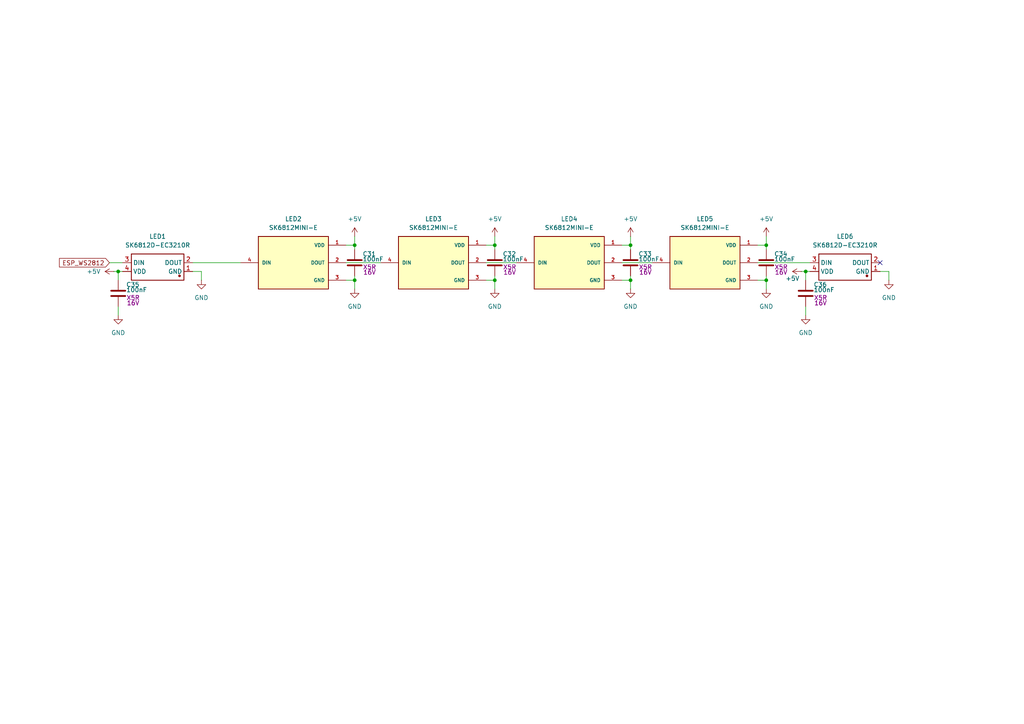
<source format=kicad_sch>
(kicad_sch (version 20250114) (generator "eeschema") (generator_version "9.0")
  (paper "A4")
  (title_block (title "Nest mini drop in PCB replacement") (rev "v1") (company "by iMike78 (inpired by Onju voice and HA VPE)"))
  (lib_symbols
    (symbol "Device:C" (pin_numbers (hide yes)) (pin_names (offset 0.254))
      (property "Reference" "C" (at 0.635 2.54 0))
      (property "Value" "C" (at 0.635 -2.54 0))
      (symbol "C_0_1"
        (polyline (pts (xy -2.032 0.762) (xy 2.032 0.762)) (stroke (width 0.508)))
        (polyline (pts (xy -2.032 -0.762) (xy 2.032 -0.762)) (stroke (width 0.508)))
      )
      (symbol "C_1_1"
        (pin passive line (at 0 3.81 270) (length 2.794) (name "~") (number "1"))
        (pin passive line (at 0 -3.81 90) (length 2.794) (name "~") (number "2"))
      )
    )
    (symbol "New_Library:SK6812-E" (pin_names (offset 1.016))
      (property "Reference" "D" (at -10.16 8.89 0))
      (property "Value" "SK6812-E" (at -10.16 -10.16 0))
      (symbol "SK6812-E_0_0"
        (rectangle (start -10.16 -7.62) (end 10.16 7.62) (stroke (width 0.254)) (fill (type background)))
        (pin input line (at -15.24 0 0) (length 5.08) (name "DIN") (number "4"))
        (pin power_in line (at 15.24 5.08 180) (length 5.08) (name "VDD") (number "1"))
        (pin output line (at 15.24 0 180) (length 5.08) (name "DOUT") (number "2"))
        (pin power_in line (at 15.24 -5.08 180) (length 5.08) (name "GND") (number "3"))
      )
    )
    (symbol "New_Library:SK6812D-EC3210R"
      (property "Reference" "LED?" (at 0 0 0))
      (property "Value" "SK6812D-EC3210R" (at 0 0 0))
      (symbol "SK6812D-EC3210R_0_0"
        (rectangle (start -7.62 3.81) (end 7.62 -3.81) (stroke (width 0.254)))
        (circle (center -6.35 2.54) (radius 0.254) (stroke (width 0.254)) (fill (type outline)))
        (pin unspecified line (at -10.16 1.27 0) (length 2.54) (name "GND") (number "1"))
        (pin unspecified line (at -10.16 -1.27 0) (length 2.54) (name "DOUT") (number "2"))
        (pin unspecified line (at 10.16 1.27 180) (length 2.54) (name "VDD") (number "4"))
        (pin unspecified line (at 10.16 -1.27 180) (length 2.54) (name "DIN") (number "3"))
      )
    )
    (symbol "power:+5V" (power) (pin_numbers (hide yes)) (pin_names (offset 0) (hide yes))
      (property "Value" "+5V" (at 0 3.556 0))
      (symbol "+5V_0_1"
        (polyline (pts (xy -0.762 1.27) (xy 0 2.54)))
        (polyline (pts (xy 0 2.54) (xy 0.762 1.27)))
        (polyline (pts (xy 0 0) (xy 0 2.54)))
      )
      (symbol "+5V_1_1"
        (pin power_in line (at 0 0 90) (length 0) (name "~") (number "1"))
      )
    )
    (symbol "power:GND" (power) (pin_numbers (hide yes)) (pin_names (offset 0) (hide yes))
      (property "Value" "GND" (at 0 -3.81 0))
      (symbol "GND_0_1"
        (polyline (pts (xy 0 0) (xy 0 -1.27) (xy 1.27 -1.27) (xy 0 -2.54) (xy -1.27 -1.27) (xy 0 -1.27)))
      )
      (symbol "GND_1_1"
        (pin power_in line (at 0 0 270) (length 0) (name "~") (number "1"))
      )
    )
  )
  (junction (at 222.25 71.12))
  (junction (at 182.88 71.12))
  (junction (at 143.51 81.28))
  (junction (at 233.68 78.74))
  (junction (at 34.29 78.74))
  (junction (at 102.87 81.28))
  (junction (at 102.87 71.12))
  (junction (at 222.25 81.28))
  (junction (at 182.88 81.28))
  (junction (at 143.51 71.12))
  (no_connect (at 255.27 76.2))
  (wire (pts (xy 232.41 78.74) (xy 233.68 78.74)))
  (wire (pts (xy 55.88 78.74) (xy 58.42 78.74)))
  (wire (pts (xy 102.87 71.12) (xy 100.33 71.12)))
  (wire (pts (xy 55.88 76.2) (xy 69.85 76.2)))
  (wire (pts (xy 102.87 71.12) (xy 102.87 68.58)))
  (wire (pts (xy 180.34 81.28) (xy 182.88 81.28)))
  (wire (pts (xy 219.71 81.28) (xy 222.25 81.28)))
  (wire (pts (xy 233.68 78.74) (xy 233.68 81.28)))
  (wire (pts (xy 233.68 88.9) (xy 233.68 91.44)))
  (wire (pts (xy 143.51 71.12) (xy 143.51 68.58)))
  (wire (pts (xy 140.97 76.2) (xy 149.86 76.2)))
  (wire (pts (xy 102.87 81.28) (xy 102.87 83.82)))
  (wire (pts (xy 182.88 80.01) (xy 182.88 81.28)))
  (wire (pts (xy 182.88 71.12) (xy 182.88 72.39)))
  (wire (pts (xy 34.29 78.74) (xy 34.29 81.28)))
  (wire (pts (xy 222.25 80.01) (xy 222.25 81.28)))
  (wire (pts (xy 33.02 78.74) (xy 34.29 78.74)))
  (wire (pts (xy 219.71 76.2) (xy 234.95 76.2)))
  (wire (pts (xy 180.34 76.2) (xy 189.23 76.2)))
  (wire (pts (xy 31.75 76.2) (xy 35.56 76.2)))
  (wire (pts (xy 182.88 81.28) (xy 182.88 83.82)))
  (wire (pts (xy 143.51 80.01) (xy 143.51 81.28)))
  (wire (pts (xy 100.33 76.2) (xy 110.49 76.2)))
  (wire (pts (xy 34.29 88.9) (xy 34.29 91.44)))
  (wire (pts (xy 143.51 71.12) (xy 143.51 72.39)))
  (wire (pts (xy 219.71 71.12) (xy 222.25 71.12)))
  (wire (pts (xy 100.33 81.28) (xy 102.87 81.28)))
  (wire (pts (xy 140.97 81.28) (xy 143.51 81.28)))
  (wire (pts (xy 222.25 71.12) (xy 222.25 68.58)))
  (wire (pts (xy 222.25 81.28) (xy 222.25 83.82)))
  (wire (pts (xy 222.25 71.12) (xy 222.25 72.39)))
  (wire (pts (xy 140.97 71.12) (xy 143.51 71.12)))
  (wire (pts (xy 102.87 71.12) (xy 102.87 72.39)))
  (wire (pts (xy 182.88 71.12) (xy 182.88 68.58)))
  (wire (pts (xy 233.68 78.74) (xy 234.95 78.74)))
  (wire (pts (xy 143.51 81.28) (xy 143.51 83.82)))
  (wire (pts (xy 255.27 78.74) (xy 257.81 78.74)))
  (wire (pts (xy 34.29 78.74) (xy 35.56 78.74)))
  (wire (pts (xy 180.34 71.12) (xy 182.88 71.12)))
  (wire (pts (xy 58.42 78.74) (xy 58.42 81.28)))
  (wire (pts (xy 257.81 78.74) (xy 257.81 81.28)))
  (wire (pts (xy 102.87 80.01) (xy 102.87 81.28)))
  (global_label "ESP_WS2812" (shape input) (at 31.75 76.2 180) (property "Intersheetrefs" "${INTERSHEET_REFS}" (effects (hide yes))))
  (symbol (lib_id "power:+5V") (at 182.88 68.58 0) (unit 1)
    (property "Reference" "#PWR065" (effects (hide yes)))
    (property "Value" "+5V" (at 182.88 63.5 0))
    (property "Description" "Power symbol creates a global label with name \"+5V\"" (effects (hide yes)))
  )
  (symbol (lib_id "Device:C") (at 102.87 76.2 0) (unit 1)
    (property "Reference" "C31" (at 105.156 73.66 0) (effects (justify left)))
    (property "Value" "100nF" (at 105.156 75.184 0) (effects (justify left)))
    (property "Footprint" "Capacitor_SMD:C_0402_1005Metric" (effects (hide yes)))
    (property "Description" "Unpolarized capacitor" (effects (hide yes)))
    (property "Dielectric" "X5R" (at 107.188 77.47 0))
    (property "Voltage" "16V" (at 107.188 78.994 0))
    (property "Function" "LED" (effects (hide yes)))
    (property "Supplier Part" "C1525" (effects (hide yes)))
    (property "LCSC Part #" "C1525" (effects (hide yes)))
  )
  (symbol (lib_id "power:GND") (at 58.42 81.28 0) (unit 1)
    (property "Reference" "#PWR062" (effects (hide yes)))
    (property "Value" "GND" (at 58.42 86.36 0))
    (property "Description" "Power symbol creates a global label with name \"GND\" , ground" (effects (hide yes)))
  )
  (symbol (lib_id "power:+5V") (at 143.51 68.58 0) (unit 1)
    (property "Reference" "#PWR064" (effects (hide yes)))
    (property "Value" "+5V" (at 143.51 63.5 0))
    (property "Description" "Power symbol creates a global label with name \"+5V\"" (effects (hide yes)))
  )
  (symbol (lib_id "Device:C") (at 233.68 85.09 0) (unit 1)
    (property "Reference" "C36" (at 235.966 82.55 0) (effects (justify left)))
    (property "Value" "100nF" (at 235.966 84.074 0) (effects (justify left)))
    (property "Footprint" "Capacitor_SMD:C_0402_1005Metric" (effects (hide yes)))
    (property "Description" "Unpolarized capacitor" (effects (hide yes)))
    (property "Dielectric" "X5R" (at 237.998 86.36 0))
    (property "Voltage" "16V" (at 237.998 87.884 0))
    (property "Function" "LED" (effects (hide yes)))
    (property "Supplier Part" "C1525" (effects (hide yes)))
    (property "LCSC Part #" "C1525" (effects (hide yes)))
  )
  (symbol (lib_id "New_Library:SK6812-E") (at 85.09 76.2 0) (unit 1)
    (property "Reference" "LED2" (at 85.09 63.5 0))
    (property "Value" "SK6812MINI-E" (at 85.09 66.04 0))
    (property "Footprint" "Onju:SK6812MINI-E" (effects (hide yes)))
    (property "MF" "DONGGUANG OPSCO OPTOELECTRONICS CO., LTD" (effects (hide yes)))
    (property "MAXIMUM_PACKAGE_HEIGHT" "0.84mm" (effects (hide yes)))
    (property "Package" "Package" (effects (hide yes)))
    (property "Price" "None" (effects (hide yes)))
    (property "Check_prices" "https://www.snapeda.com/parts/SK6812-E/DONGGUANG+OPSCO+OPTOELECTRONICS+CO.%252C+LTD/view-part/?ref=eda" (effects (hide yes)))
    (property "STANDARD" "Manufacturer recommendations" (effects (hide yes)))
    (property "PARTREV" "2" (effects (hide yes)))
    (property "SnapEDA_Link" "https://www.snapeda.com/parts/SK6812-E/DONGGUANG+OPSCO+OPTOELECTRONICS+CO.%252C+LTD/view-part/?ref=snap" (effects (hide yes)))
    (property "MP" "SK6812MINI-E" (effects (hide yes)))
    (property "Description_1" "SK6812MINI-E is a smart LED control circuit and light emitting circuit in one controlled LED source, which has the shape of a 3528  LED chip." (effects (hide yes)))
    (property "Availability" "Not in stock" (effects (hide yes)))
    (property "MANUFACTURER" "OPSCO Optoelectronics" (effects (hide yes)))
    (property "Function" "LED" (effects (hide yes)))
    (property "Supplier Part" "C5149201" (effects (hide yes)))
    (property "Manufacturer" "OPSCO Optoelectronics" (effects (hide yes)))
    (property "Manufacturer Part" "SK6812MINI-E" (effects (hide yes)))
    (property "LCSC Part #" "C5149201" (effects (hide yes)))
  )
  (symbol (lib_id "power:GND") (at 257.81 81.28 0) (unit 1)
    (property "Reference" "#PWR059" (effects (hide yes)))
    (property "Value" "GND" (at 257.81 86.36 0))
    (property "Description" "Power symbol creates a global label with name \"GND\" , ground" (effects (hide yes)))
  )
  (symbol (lib_id "power:GND") (at 222.25 83.82 0) (unit 1)
    (property "Reference" "#PWR057" (effects (hide yes)))
    (property "Value" "GND" (at 222.25 88.9 0))
    (property "Description" "Power symbol creates a global label with name \"GND\" , ground" (effects (hide yes)))
  )
  (symbol (lib_id "New_Library:SK6812-E") (at 125.73 76.2 0) (unit 1)
    (property "Reference" "LED3" (at 125.73 63.5 0))
    (property "Value" "SK6812MINI-E" (at 125.73 66.04 0))
    (property "Footprint" "Onju:SK6812MINI-E" (effects (hide yes)))
    (property "MF" "DONGGUANG OPSCO OPTOELECTRONICS CO., LTD" (effects (hide yes)))
    (property "MAXIMUM_PACKAGE_HEIGHT" "0.84mm" (effects (hide yes)))
    (property "Package" "Package" (effects (hide yes)))
    (property "Price" "None" (effects (hide yes)))
    (property "Check_prices" "https://www.snapeda.com/parts/SK6812-E/DONGGUANG+OPSCO+OPTOELECTRONICS+CO.%252C+LTD/view-part/?ref=eda" (effects (hide yes)))
    (property "STANDARD" "Manufacturer recommendations" (effects (hide yes)))
    (property "PARTREV" "2" (effects (hide yes)))
    (property "SnapEDA_Link" "https://www.snapeda.com/parts/SK6812-E/DONGGUANG+OPSCO+OPTOELECTRONICS+CO.%252C+LTD/view-part/?ref=snap" (effects (hide yes)))
    (property "MP" "SK6812MINI-E" (effects (hide yes)))
    (property "Description_1" "SK6812MINI-E is a smart LED control circuit and light emitting circuit in one controlled LED source, which has the shape of a 3528  LED chip." (effects (hide yes)))
    (property "Availability" "Not in stock" (effects (hide yes)))
    (property "MANUFACTURER" "OPSCO Optoelectronics" (effects (hide yes)))
    (property "Function" "LED" (effects (hide yes)))
    (property "Supplier Part" "C5149201" (effects (hide yes)))
    (property "Manufacturer" "OPSCO Optoelectronics" (effects (hide yes)))
    (property "Manufacturer Part" "SK6812MINI-E" (effects (hide yes)))
    (property "LCSC Part #" "C5149201" (effects (hide yes)))
  )
  (symbol (lib_id "power:+5V") (at 232.41 78.74 90) (unit 1)
    (property "Reference" "#PWR067" (effects (hide yes)))
    (property "Value" "+5V" (at 231.902 80.772 90) (effects (justify left)))
    (property "Description" "Power symbol creates a global label with name \"+5V\"" (effects (hide yes)))
  )
  (symbol (lib_id "New_Library:SK6812-E") (at 165.1 76.2 0) (unit 1)
    (property "Reference" "LED4" (at 165.1 63.5 0))
    (property "Value" "SK6812MINI-E" (at 165.1 66.04 0))
    (property "Footprint" "Onju:SK6812MINI-E" (effects (hide yes)))
    (property "MF" "DONGGUANG OPSCO OPTOELECTRONICS CO., LTD" (effects (hide yes)))
    (property "MAXIMUM_PACKAGE_HEIGHT" "0.84mm" (effects (hide yes)))
    (property "Package" "Package" (effects (hide yes)))
    (property "Price" "None" (effects (hide yes)))
    (property "Check_prices" "https://www.snapeda.com/parts/SK6812-E/DONGGUANG+OPSCO+OPTOELECTRONICS+CO.%252C+LTD/view-part/?ref=eda" (effects (hide yes)))
    (property "STANDARD" "Manufacturer recommendations" (effects (hide yes)))
    (property "PARTREV" "2" (effects (hide yes)))
    (property "SnapEDA_Link" "https://www.snapeda.com/parts/SK6812-E/DONGGUANG+OPSCO+OPTOELECTRONICS+CO.%252C+LTD/view-part/?ref=snap" (effects (hide yes)))
    (property "MP" "SK6812MINI-E" (effects (hide yes)))
    (property "Description_1" "SK6812MINI-E is a smart LED control circuit and light emitting circuit in one controlled LED source, which has the shape of a 3528  LED chip." (effects (hide yes)))
    (property "Availability" "Not in stock" (effects (hide yes)))
    (property "MANUFACTURER" "OPSCO Optoelectronics" (effects (hide yes)))
    (property "Function" "LED" (effects (hide yes)))
    (property "Supplier Part" "C5149201" (effects (hide yes)))
    (property "Manufacturer" "OPSCO Optoelectronics" (effects (hide yes)))
    (property "Manufacturer Part" "SK6812MINI-E" (effects (hide yes)))
    (property "LCSC Part #" "C5149201" (effects (hide yes)))
  )
  (symbol (lib_id "Device:C") (at 222.25 76.2 0) (unit 1)
    (property "Reference" "C34" (at 224.536 73.66 0) (effects (justify left)))
    (property "Value" "100nF" (at 224.536 75.184 0) (effects (justify left)))
    (property "Footprint" "Capacitor_SMD:C_0402_1005Metric" (effects (hide yes)))
    (property "Description" "Unpolarized capacitor" (effects (hide yes)))
    (property "Dielectric" "X5R" (at 226.568 77.47 0))
    (property "Voltage" "16V" (at 226.568 78.994 0))
    (property "Function" "LED" (effects (hide yes)))
    (property "Supplier Part" "C1525" (effects (hide yes)))
    (property "LCSC Part #" "C1525" (effects (hide yes)))
  )
  (symbol (lib_id "New_Library:SK6812D-EC3210R") (at 45.72 77.47 180) (unit 1)
    (property "Reference" "LED1" (at 45.72 68.58 0))
    (property "Value" "SK6812D-EC3210R" (at 45.72 71.12 0))
    (property "Footprint" "Onju:LED-SMD_4P_SK6812D-EC3210R" (effects (hide yes)))
    (property "Manufacturer Part" "SK6812D-EC3210R" (effects (hide yes)))
    (property "Manufacturer" "OPSCO Optoelectronics" (effects (hide yes)))
    (property "Supplier Part" "C2890041" (effects (hide yes)))
    (property "Supplier" "LCSC" (effects (hide yes)))
    (property "Function" "LED" (effects (hide yes)))
    (property "MANUFACTURER" "OPSCO Optoelectronics" (effects (hide yes)))
    (property "MP" "SK6812D-EC3210R" (effects (hide yes)))
    (property "LCSC Part #" "C2890041" (effects (hide yes)))
  )
  (symbol (lib_id "New_Library:SK6812D-EC3210R") (at 245.11 77.47 180) (unit 1)
    (property "Reference" "LED6" (at 245.11 68.58 0))
    (property "Value" "SK6812D-EC3210R" (at 245.11 71.12 0))
    (property "Footprint" "Onju:LED-SMD_4P_SK6812D-EC3210R" (effects (hide yes)))
    (property "Manufacturer Part" "SK6812D-EC3210R" (effects (hide yes)))
    (property "Manufacturer" "OPSCO Optoelectronics" (effects (hide yes)))
    (property "Supplier Part" "C2890041" (effects (hide yes)))
    (property "Supplier" "LCSC" (effects (hide yes)))
    (property "Function" "LED" (effects (hide yes)))
    (property "MANUFACTURER" "OPSCO Optoelectronics" (effects (hide yes)))
    (property "MP" "SK6812D-EC3210R" (effects (hide yes)))
    (property "LCSC Part #" "C2890041" (effects (hide yes)))
  )
  (symbol (lib_id "power:GND") (at 102.87 83.82 0) (unit 1)
    (property "Reference" "#PWR061" (effects (hide yes)))
    (property "Value" "GND" (at 102.87 88.9 0))
    (property "Description" "Power symbol creates a global label with name \"GND\" , ground" (effects (hide yes)))
  )
  (symbol (lib_id "New_Library:SK6812-E") (at 204.47 76.2 0) (unit 1)
    (property "Reference" "LED5" (at 204.47 63.5 0))
    (property "Value" "SK6812MINI-E" (at 204.47 66.04 0))
    (property "Footprint" "Onju:SK6812MINI-E" (effects (hide yes)))
    (property "MF" "DONGGUANG OPSCO OPTOELECTRONICS CO., LTD" (effects (hide yes)))
    (property "MAXIMUM_PACKAGE_HEIGHT" "0.84mm" (effects (hide yes)))
    (property "Package" "Package" (effects (hide yes)))
    (property "Price" "None" (effects (hide yes)))
    (property "Check_prices" "https://www.snapeda.com/parts/SK6812-E/DONGGUANG+OPSCO+OPTOELECTRONICS+CO.%252C+LTD/view-part/?ref=eda" (effects (hide yes)))
    (property "STANDARD" "Manufacturer recommendations" (effects (hide yes)))
    (property "PARTREV" "2" (effects (hide yes)))
    (property "SnapEDA_Link" "https://www.snapeda.com/parts/SK6812-E/DONGGUANG+OPSCO+OPTOELECTRONICS+CO.%252C+LTD/view-part/?ref=snap" (effects (hide yes)))
    (property "MP" "SK6812MINI-E" (effects (hide yes)))
    (property "Description_1" "SK6812MINI-E is a smart LED control circuit and light emitting circuit in one controlled LED source, which has the shape of a 3528  LED chip." (effects (hide yes)))
    (property "Availability" "Not in stock" (effects (hide yes)))
    (property "MANUFACTURER" "OPSCO Optoelectronics" (effects (hide yes)))
    (property "Function" "LED" (effects (hide yes)))
    (property "Supplier Part" "C5149201" (effects (hide yes)))
    (property "Manufacturer" "OPSCO Optoelectronics" (effects (hide yes)))
    (property "Manufacturer Part" "SK6812MINI-E" (effects (hide yes)))
    (property "LCSC Part #" "C5149201" (effects (hide yes)))
  )
  (symbol (lib_id "power:GND") (at 143.51 83.82 0) (unit 1)
    (property "Reference" "#PWR060" (effects (hide yes)))
    (property "Value" "GND" (at 143.51 88.9 0))
    (property "Description" "Power symbol creates a global label with name \"GND\" , ground" (effects (hide yes)))
  )
  (symbol (lib_id "Device:C") (at 143.51 76.2 0) (unit 1)
    (property "Reference" "C32" (at 145.796 73.66 0) (effects (justify left)))
    (property "Value" "100nF" (at 145.796 75.184 0) (effects (justify left)))
    (property "Footprint" "Capacitor_SMD:C_0402_1005Metric" (effects (hide yes)))
    (property "Description" "Unpolarized capacitor" (effects (hide yes)))
    (property "Dielectric" "X5R" (at 147.828 77.47 0))
    (property "Voltage" "16V" (at 147.828 78.994 0))
    (property "Function" "LED" (effects (hide yes)))
    (property "Supplier Part" "C1525" (effects (hide yes)))
    (property "LCSC Part #" "C1525" (effects (hide yes)))
  )
  (symbol (lib_id "power:+5V") (at 102.87 68.58 0) (unit 1)
    (property "Reference" "#PWR063" (effects (hide yes)))
    (property "Value" "+5V" (at 102.87 63.5 0))
    (property "Description" "Power symbol creates a global label with name \"+5V\"" (effects (hide yes)))
  )
  (symbol (lib_id "power:+5V") (at 33.02 78.74 90) (unit 1)
    (property "Reference" "#PWR068" (effects (hide yes)))
    (property "Value" "+5V" (at 29.21 78.7399 90) (effects (justify left)))
    (property "Description" "Power symbol creates a global label with name \"+5V\"" (effects (hide yes)))
  )
  (symbol (lib_id "power:GND") (at 34.29 91.44 0) (unit 1)
    (property "Reference" "#PWR070" (effects (hide yes)))
    (property "Value" "GND" (at 34.29 96.52 0))
    (property "Description" "Power symbol creates a global label with name \"GND\" , ground" (effects (hide yes)))
  )
  (symbol (lib_id "power:+5V") (at 222.25 68.58 0) (unit 1)
    (property "Reference" "#PWR066" (effects (hide yes)))
    (property "Value" "+5V" (at 222.25 63.5 0))
    (property "Description" "Power symbol creates a global label with name \"+5V\"" (effects (hide yes)))
  )
  (symbol (lib_id "Device:C") (at 34.29 85.09 0) (unit 1)
    (property "Reference" "C35" (at 36.576 82.55 0) (effects (justify left)))
    (property "Value" "100nF" (at 36.576 84.074 0) (effects (justify left)))
    (property "Footprint" "Capacitor_SMD:C_0402_1005Metric" (effects (hide yes)))
    (property "Description" "Unpolarized capacitor" (effects (hide yes)))
    (property "Dielectric" "X5R" (at 38.608 86.36 0))
    (property "Voltage" "16V" (at 38.608 87.884 0))
    (property "Function" "LED" (effects (hide yes)))
    (property "Supplier Part" "C1525" (effects (hide yes)))
    (property "LCSC Part #" "C1525" (effects (hide yes)))
  )
  (symbol (lib_id "Device:C") (at 182.88 76.2 0) (unit 1)
    (property "Reference" "C33" (at 185.166 73.66 0) (effects (justify left)))
    (property "Value" "100nF" (at 185.166 75.184 0) (effects (justify left)))
    (property "Footprint" "Capacitor_SMD:C_0402_1005Metric" (effects (hide yes)))
    (property "Description" "Unpolarized capacitor" (effects (hide yes)))
    (property "Dielectric" "X5R" (at 187.198 77.47 0))
    (property "Voltage" "16V" (at 187.198 78.994 0))
    (property "Function" "LED" (effects (hide yes)))
    (property "Supplier Part" "C1525" (effects (hide yes)))
    (property "LCSC Part #" "C1525" (effects (hide yes)))
  )
  (symbol (lib_id "power:GND") (at 233.68 91.44 0) (unit 1)
    (property "Reference" "#PWR069" (effects (hide yes)))
    (property "Value" "GND" (at 233.68 96.52 0))
    (property "Description" "Power symbol creates a global label with name \"GND\" , ground" (effects (hide yes)))
  )
  (symbol (lib_id "power:GND") (at 182.88 83.82 0) (unit 1)
    (property "Reference" "#PWR058" (effects (hide yes)))
    (property "Value" "GND" (at 182.88 88.9 0))
    (property "Description" "Power symbol creates a global label with name \"GND\" , ground" (effects (hide yes)))
  )
)
</source>
